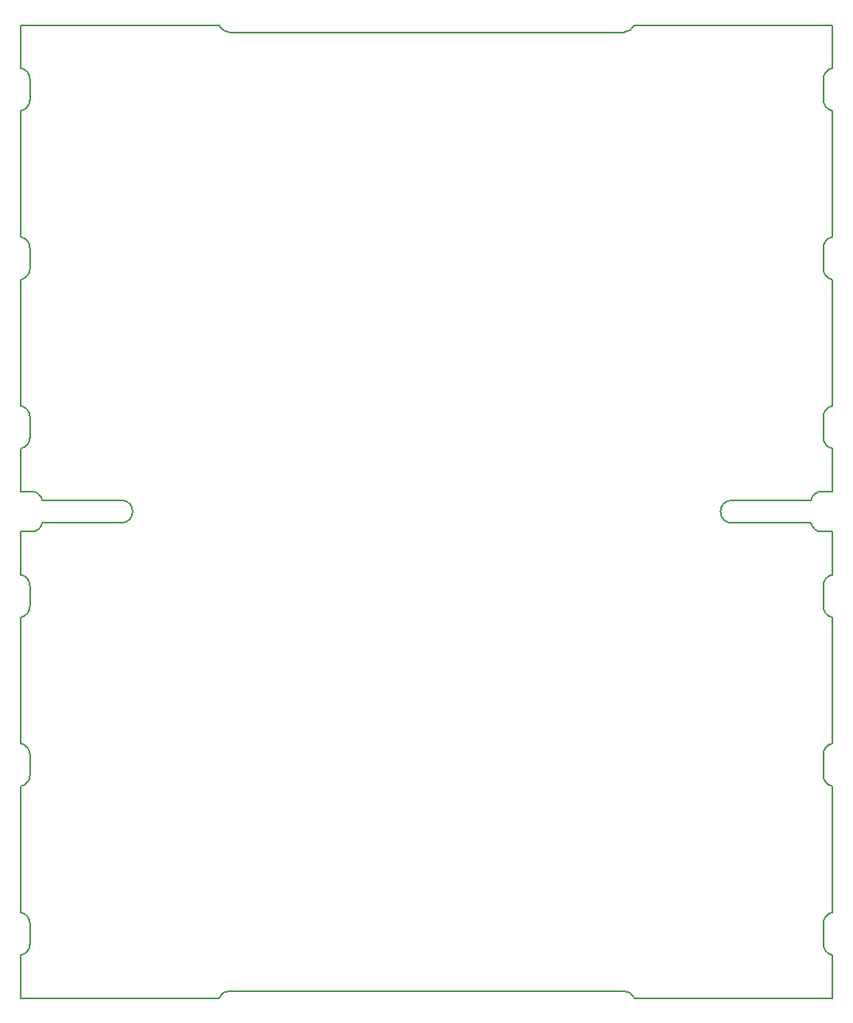
<source format=gbr>
%TF.GenerationSoftware,Novarm,DipTrace,3.2.0.1*%
%TF.CreationDate,2018-11-20T20:13:35+01:00*%
%FSLAX35Y35*%
%MOMM*%
%TF.FileFunction,Profile*%
%TF.Part,Single*%
%ADD11C,0.14*%
G75*
G01*
%LPD*%
X8267027Y5252585D2*
D11*
X7425491D1*
G02X7425491Y5493169I196J120292D01*
G01*
X8267891D1*
G02X8385395Y5587536I115066J-22938D01*
G01*
X8495123D1*
Y6045890D1*
G02X8400083Y6163071I24247J116798D01*
G01*
Y6382915D1*
G02X8495123Y6500096I119287J383D01*
G01*
Y7845085D1*
G02X8400083Y7963303I26534J118644D01*
G01*
Y8183147D1*
G02X8495123Y8300328I119287J383D01*
G01*
Y9645317D1*
G02X8400083Y9762498I26544J118660D01*
G01*
Y9983379D1*
G02X8495123Y10100560I121584J-1479D01*
G01*
Y10557877D1*
X6386099D1*
G02X6275507Y10483213I-109045J42280D01*
G01*
X2074739D1*
G02X1964147Y10557877I-1547J116944D01*
G01*
X-144877D1*
Y10100560D1*
G02X-49837Y9983379I-26544J-118660D01*
G01*
Y9762498D1*
G02X-144877Y9645317I-121584J1479D01*
G01*
Y8300328D1*
G02X-49837Y8183147I-24247J-116798D01*
G01*
Y7963303D1*
G02X-144877Y7845085I-121574J426D01*
G01*
Y6500096D1*
G02X-49837Y6382915I-24247J-116798D01*
G01*
Y6163071D1*
G02X-144877Y6045890I-119287J-383D01*
G01*
Y5587536D1*
X-35149D1*
G02X82355Y5493169I2438J-117305D01*
G01*
X924755D1*
G02X924755Y5252585I-196J-120292D01*
G01*
X82355D1*
G02X-35149Y5158218I-115066J22938D01*
G01*
X-144877D1*
Y4699864D1*
G02X-49837Y4582683I-24247J-116798D01*
G01*
Y4362839D1*
G02X-144877Y4245658I-119287J-383D01*
G01*
Y2900669D1*
G02X-49837Y2782451I-26534J-118644D01*
G01*
Y2562607D1*
G02X-144877Y2445426I-119287J-383D01*
G01*
Y1100437D1*
G02X-49837Y983256I-26544J-118660D01*
G01*
Y762375D1*
G02X-144877Y645194I-121584J1479D01*
G01*
Y187877D1*
X1964147D1*
G02X2074739Y262541I109045J-42280D01*
G01*
X6275507D1*
X6386099Y187877D2*
X8495123D1*
Y645194D1*
G02X8400083Y762375I26544J118660D01*
G01*
Y983256D1*
G02X8495123Y1100437I121584J-1479D01*
G01*
Y2445426D1*
G02X8400083Y2562607I24247J116798D01*
G01*
Y2782451D1*
G02X8495123Y2900669I121574J-426D01*
G01*
Y4245658D1*
G02X8400083Y4362839I24247J116798D01*
G01*
Y4582683D1*
G02X8495123Y4699864I119287J383D01*
G01*
Y5158218D1*
X8385395D1*
G02X8267891Y5252585I-2438J117305D01*
G01*
X6275507Y262541D2*
G02X6386099Y187877I1547J-116944D01*
G01*
M02*

</source>
